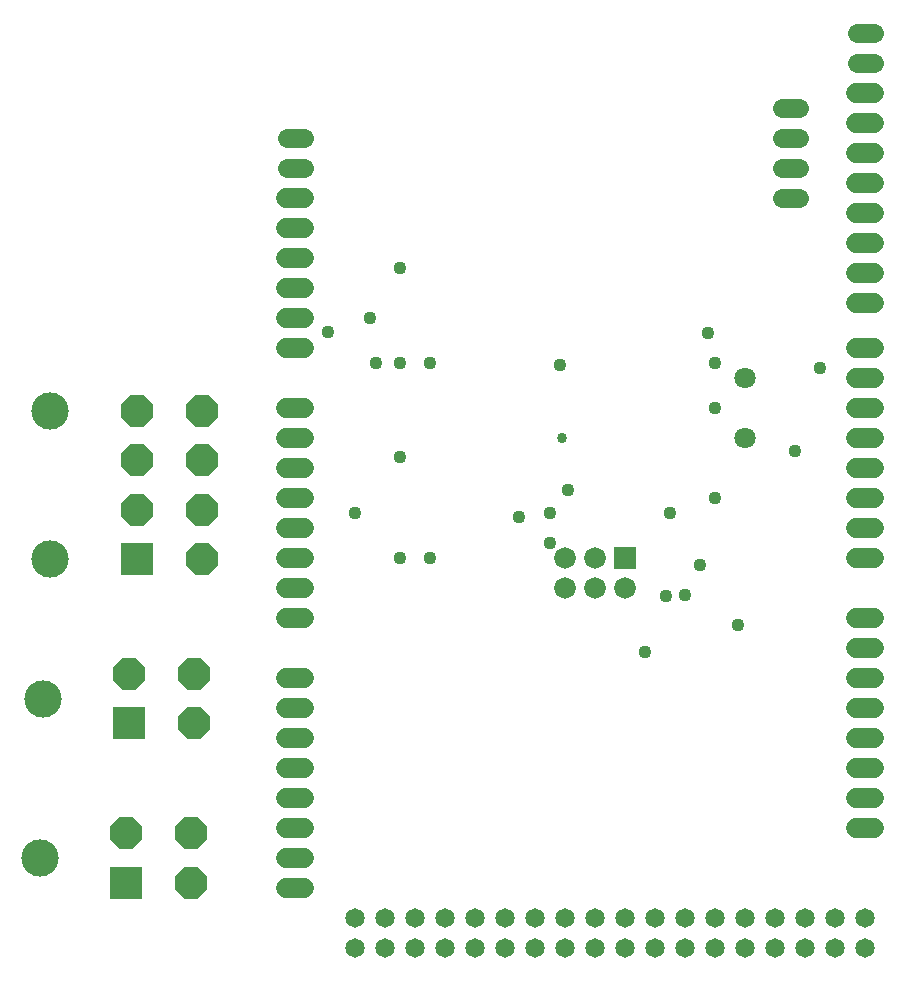
<source format=gbs>
G75*
%MOIN*%
%OFA0B0*%
%FSLAX25Y25*%
%IPPOS*%
%LPD*%
%AMOC8*
5,1,8,0,0,1.08239X$1,22.5*
%
%ADD10OC8,0.10600*%
%ADD11R,0.10600X0.10600*%
%ADD12C,0.12411*%
%ADD13C,0.06506*%
%ADD14C,0.06506*%
%ADD15C,0.06200*%
%ADD16C,0.07200*%
%ADD17R,0.07200X0.07200*%
%ADD18C,0.07100*%
%ADD19C,0.04362*%
%ADD20C,0.03378*%
D10*
X0060550Y0062228D03*
X0082250Y0062228D03*
X0082250Y0045728D03*
X0083188Y0098853D03*
X0083188Y0115353D03*
X0061487Y0115353D03*
X0085688Y0153603D03*
X0085688Y0170103D03*
X0085688Y0186603D03*
X0085688Y0203103D03*
X0063987Y0203103D03*
X0063987Y0186603D03*
X0063987Y0170103D03*
D11*
X0063987Y0153603D03*
X0061487Y0098853D03*
X0060550Y0045728D03*
D12*
X0031810Y0053978D03*
X0032747Y0107103D03*
X0035247Y0153603D03*
X0035247Y0203103D03*
D13*
X0113847Y0203978D02*
X0119753Y0203978D01*
X0119753Y0193978D02*
X0113847Y0193978D01*
X0113847Y0183978D02*
X0119753Y0183978D01*
X0119753Y0173978D02*
X0113847Y0173978D01*
X0113847Y0163978D02*
X0119753Y0163978D01*
X0119753Y0153978D02*
X0113847Y0153978D01*
X0113847Y0143978D02*
X0119753Y0143978D01*
X0119753Y0133978D02*
X0113847Y0133978D01*
X0113847Y0113978D02*
X0119753Y0113978D01*
X0119753Y0103978D02*
X0113847Y0103978D01*
X0113847Y0093978D02*
X0119753Y0093978D01*
X0119753Y0083978D02*
X0113847Y0083978D01*
X0113847Y0073978D02*
X0119753Y0073978D01*
X0119753Y0063978D02*
X0113847Y0063978D01*
X0113847Y0053978D02*
X0119753Y0053978D01*
X0119753Y0043978D02*
X0113847Y0043978D01*
X0113847Y0223978D02*
X0119753Y0223978D01*
X0119753Y0233978D02*
X0113847Y0233978D01*
X0113847Y0243978D02*
X0119753Y0243978D01*
X0119753Y0253978D02*
X0113847Y0253978D01*
X0113847Y0263978D02*
X0119753Y0263978D01*
X0119753Y0273978D02*
X0113847Y0273978D01*
X0303847Y0268978D02*
X0309753Y0268978D01*
X0309753Y0258978D02*
X0303847Y0258978D01*
X0303847Y0248978D02*
X0309753Y0248978D01*
X0309753Y0238978D02*
X0303847Y0238978D01*
X0303847Y0223978D02*
X0309753Y0223978D01*
X0309753Y0213978D02*
X0303847Y0213978D01*
X0303847Y0203978D02*
X0309753Y0203978D01*
X0309753Y0193978D02*
X0303847Y0193978D01*
X0303847Y0183978D02*
X0309753Y0183978D01*
X0309753Y0173978D02*
X0303847Y0173978D01*
X0303847Y0163978D02*
X0309753Y0163978D01*
X0309753Y0153978D02*
X0303847Y0153978D01*
X0303847Y0133978D02*
X0309753Y0133978D01*
X0309753Y0123978D02*
X0303847Y0123978D01*
X0303847Y0113978D02*
X0309753Y0113978D01*
X0309753Y0103978D02*
X0303847Y0103978D01*
X0303847Y0093978D02*
X0309753Y0093978D01*
X0309753Y0083978D02*
X0303847Y0083978D01*
X0303847Y0073978D02*
X0309753Y0073978D01*
X0309753Y0063978D02*
X0303847Y0063978D01*
X0303847Y0278978D02*
X0309753Y0278978D01*
X0309753Y0288978D02*
X0303847Y0288978D01*
X0303847Y0298978D02*
X0309753Y0298978D01*
X0309753Y0308978D02*
X0303847Y0308978D01*
D14*
X0306800Y0033978D03*
X0306800Y0023978D03*
X0296800Y0023978D03*
X0286800Y0023978D03*
X0276800Y0023978D03*
X0266800Y0023978D03*
X0256800Y0023978D03*
X0246800Y0023978D03*
X0236800Y0023978D03*
X0226800Y0023978D03*
X0216800Y0023978D03*
X0206800Y0023978D03*
X0196800Y0023978D03*
X0186800Y0023978D03*
X0176800Y0023978D03*
X0166800Y0023978D03*
X0156800Y0023978D03*
X0146800Y0023978D03*
X0136800Y0023978D03*
X0136800Y0033978D03*
X0146800Y0033978D03*
X0156800Y0033978D03*
X0166800Y0033978D03*
X0176800Y0033978D03*
X0186800Y0033978D03*
X0196800Y0033978D03*
X0206800Y0033978D03*
X0216800Y0033978D03*
X0226800Y0033978D03*
X0236800Y0033978D03*
X0246800Y0033978D03*
X0256800Y0033978D03*
X0266800Y0033978D03*
X0276800Y0033978D03*
X0286800Y0033978D03*
X0296800Y0033978D03*
D15*
X0284600Y0273978D02*
X0279000Y0273978D01*
X0279000Y0283978D02*
X0284600Y0283978D01*
X0284600Y0293978D02*
X0279000Y0293978D01*
X0279000Y0303978D02*
X0284600Y0303978D01*
X0304000Y0318978D02*
X0309600Y0318978D01*
X0309600Y0328978D02*
X0304000Y0328978D01*
X0119600Y0293978D02*
X0114000Y0293978D01*
X0114000Y0283978D02*
X0119600Y0283978D01*
D16*
X0206800Y0153978D03*
X0206800Y0143978D03*
X0216800Y0143978D03*
X0226800Y0143978D03*
X0216800Y0153978D03*
D17*
X0226800Y0153978D03*
D18*
X0266800Y0193978D03*
X0266800Y0213978D03*
D19*
X0256800Y0218978D03*
X0254300Y0228978D03*
X0256800Y0203978D03*
X0283363Y0189603D03*
X0256800Y0173978D03*
X0241800Y0168978D03*
X0251800Y0151478D03*
X0246800Y0141478D03*
X0240550Y0141166D03*
X0233362Y0122728D03*
X0264300Y0131478D03*
X0207737Y0176478D03*
X0201800Y0168978D03*
X0201800Y0158978D03*
X0191487Y0167728D03*
X0161800Y0153978D03*
X0151800Y0153978D03*
X0136800Y0168978D03*
X0151800Y0187728D03*
X0151800Y0218978D03*
X0143675Y0218978D03*
X0141800Y0233978D03*
X0127737Y0229291D03*
X0151800Y0250541D03*
X0161800Y0218978D03*
X0204925Y0218353D03*
X0291800Y0217416D03*
D20*
X0205862Y0193978D03*
M02*

</source>
